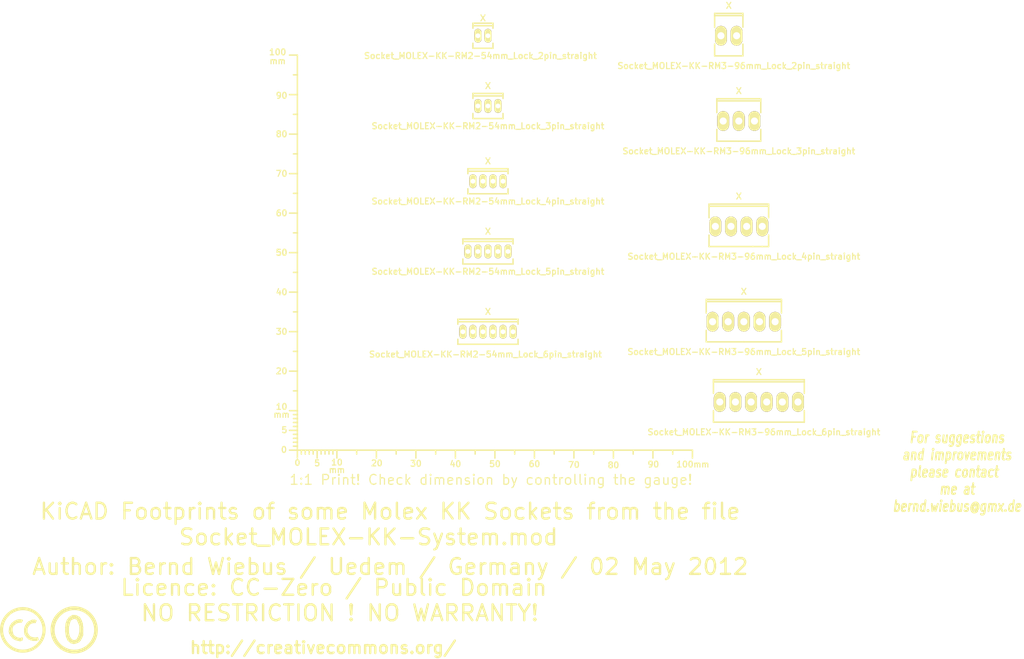
<source format=kicad_pcb>
(kicad_pcb (version 3) (host pcbnew "(2013-03-30 BZR 4007)-stable")

  (general
    (links 0)
    (no_connects 0)
    (area -13.40696 -31.671484 248.903066 197.6694)
    (thickness 1.6002)
    (drawings 7)
    (tracks 0)
    (zones 0)
    (modules 13)
    (nets 1)
  )

  (page A4)
  (layers
    (15 Vorderseite signal)
    (0 Rückseite signal)
    (16 B.Adhes user)
    (17 F.Adhes user)
    (18 B.Paste user)
    (19 F.Paste user)
    (20 B.SilkS user)
    (21 F.SilkS user)
    (22 B.Mask user)
    (23 F.Mask user)
    (24 Dwgs.User user)
    (25 Cmts.User user)
    (26 Eco1.User user)
    (27 Eco2.User user)
    (28 Edge.Cuts user)
  )

  (setup
    (last_trace_width 0.2032)
    (trace_clearance 0.254)
    (zone_clearance 0.508)
    (zone_45_only no)
    (trace_min 0.2032)
    (segment_width 0.381)
    (edge_width 0.381)
    (via_size 0.889)
    (via_drill 0.635)
    (via_min_size 0.889)
    (via_min_drill 0.508)
    (uvia_size 0.508)
    (uvia_drill 0.127)
    (uvias_allowed no)
    (uvia_min_size 0.508)
    (uvia_min_drill 0.127)
    (pcb_text_width 0.3048)
    (pcb_text_size 1.524 2.032)
    (mod_edge_width 0.381)
    (mod_text_size 1.524 1.524)
    (mod_text_width 0.3048)
    (pad_size 1.524 1.524)
    (pad_drill 0.8128)
    (pad_to_mask_clearance 0.254)
    (aux_axis_origin 0 0)
    (visible_elements 7FFFFFFF)
    (pcbplotparams
      (layerselection 3178497)
      (usegerberextensions true)
      (excludeedgelayer true)
      (linewidth 60)
      (plotframeref false)
      (viasonmask false)
      (mode 1)
      (useauxorigin false)
      (hpglpennumber 1)
      (hpglpenspeed 20)
      (hpglpendiameter 15)
      (hpglpenoverlay 0)
      (psnegative false)
      (psa4output false)
      (plotreference true)
      (plotvalue true)
      (plotothertext true)
      (plotinvisibletext false)
      (padsonsilk false)
      (subtractmaskfromsilk false)
      (outputformat 1)
      (mirror false)
      (drillshape 1)
      (scaleselection 1)
      (outputdirectory ""))
  )

  (net 0 "")

  (net_class Default "Dies ist die voreingestellte Netzklasse."
    (clearance 0.254)
    (trace_width 0.2032)
    (via_dia 0.889)
    (via_drill 0.635)
    (uvia_dia 0.508)
    (uvia_drill 0.127)
    (add_net "")
  )

  (module Gauge_100mm_Type2_SilkScreenTop_RevA_Date22Jun2010 (layer Vorderseite) (tedit 4D963937) (tstamp 4D88F07A)
    (at 94 143)
    (descr "Gauge, Massstab, 100mm, SilkScreenTop, Type 2,")
    (tags "Gauge, Massstab, 100mm, SilkScreenTop, Type 2,")
    (path Gauge_100mm_Type2_SilkScreenTop_RevA_Date22Jun2010)
    (fp_text reference MSC (at 4.0005 8.99922) (layer F.SilkS) hide
      (effects (font (size 1.524 1.524) (thickness 0.3048)))
    )
    (fp_text value Gauge_100mm_Type2_SilkScreenTop_RevA_Date22Jun2010 (at 45.9994 8.99922) (layer F.SilkS) hide
      (effects (font (size 1.524 1.524) (thickness 0.3048)))
    )
    (fp_text user mm (at 9.99998 5.00126) (layer F.SilkS)
      (effects (font (size 1.524 1.524) (thickness 0.3048)))
    )
    (fp_text user mm (at -4.0005 -8.99922) (layer F.SilkS)
      (effects (font (size 1.524 1.524) (thickness 0.3048)))
    )
    (fp_text user mm (at -5.00126 -98.5012) (layer F.SilkS)
      (effects (font (size 1.524 1.524) (thickness 0.3048)))
    )
    (fp_text user 10 (at 10.00506 3.0988) (layer F.SilkS)
      (effects (font (size 1.50114 1.50114) (thickness 0.29972)))
    )
    (fp_text user 0 (at 0.00508 3.19786) (layer F.SilkS)
      (effects (font (size 1.39954 1.50114) (thickness 0.29972)))
    )
    (fp_text user 5 (at 5.0038 3.29946) (layer F.SilkS)
      (effects (font (size 1.50114 1.50114) (thickness 0.29972)))
    )
    (fp_text user 20 (at 20.1041 3.29946) (layer F.SilkS)
      (effects (font (size 1.50114 1.50114) (thickness 0.29972)))
    )
    (fp_text user 30 (at 30.00502 3.39852) (layer F.SilkS)
      (effects (font (size 1.50114 1.50114) (thickness 0.29972)))
    )
    (fp_text user 40 (at 40.005 3.50012) (layer F.SilkS)
      (effects (font (size 1.50114 1.50114) (thickness 0.29972)))
    )
    (fp_text user 50 (at 50.00498 3.50012) (layer F.SilkS)
      (effects (font (size 1.50114 1.50114) (thickness 0.29972)))
    )
    (fp_text user 60 (at 60.00496 3.50012) (layer F.SilkS)
      (effects (font (size 1.50114 1.50114) (thickness 0.29972)))
    )
    (fp_text user 70 (at 70.00494 3.70078) (layer F.SilkS)
      (effects (font (size 1.50114 1.50114) (thickness 0.29972)))
    )
    (fp_text user 80 (at 80.00492 3.79984) (layer F.SilkS)
      (effects (font (size 1.50114 1.50114) (thickness 0.29972)))
    )
    (fp_text user 90 (at 90.1065 3.60172) (layer F.SilkS)
      (effects (font (size 1.50114 1.50114) (thickness 0.29972)))
    )
    (fp_text user 100mm (at 100.10648 3.60172) (layer F.SilkS)
      (effects (font (size 1.50114 1.50114) (thickness 0.29972)))
    )
    (fp_line (start 0 -8.99922) (end -1.00076 -8.99922) (layer F.SilkS) (width 0.381))
    (fp_line (start 0 -8.001) (end -1.00076 -8.001) (layer F.SilkS) (width 0.381))
    (fp_line (start 0 -7.00024) (end -1.00076 -7.00024) (layer F.SilkS) (width 0.381))
    (fp_line (start 0 -5.99948) (end -1.00076 -5.99948) (layer F.SilkS) (width 0.381))
    (fp_line (start 0 -4.0005) (end -1.00076 -4.0005) (layer F.SilkS) (width 0.381))
    (fp_line (start 0 -2.99974) (end -1.00076 -2.99974) (layer F.SilkS) (width 0.381))
    (fp_line (start 0 -1.99898) (end -1.00076 -1.99898) (layer F.SilkS) (width 0.381))
    (fp_line (start 0 -1.00076) (end -1.00076 -1.00076) (layer F.SilkS) (width 0.381))
    (fp_line (start 0 0) (end -1.99898 0) (layer F.SilkS) (width 0.381))
    (fp_line (start 0 -5.00126) (end -1.99898 -5.00126) (layer F.SilkS) (width 0.381))
    (fp_line (start 0 -9.99998) (end -1.99898 -9.99998) (layer F.SilkS) (width 0.381))
    (fp_line (start 0 -15.00124) (end -1.00076 -15.00124) (layer F.SilkS) (width 0.381))
    (fp_line (start 0 -19.99996) (end -1.99898 -19.99996) (layer F.SilkS) (width 0.381))
    (fp_line (start 0 -25.00122) (end -1.00076 -25.00122) (layer F.SilkS) (width 0.381))
    (fp_line (start 0 -29.99994) (end -1.99898 -29.99994) (layer F.SilkS) (width 0.381))
    (fp_line (start 0 -35.0012) (end -1.00076 -35.0012) (layer F.SilkS) (width 0.381))
    (fp_line (start 0 -39.99992) (end -1.99898 -39.99992) (layer F.SilkS) (width 0.381))
    (fp_line (start 0 -45.00118) (end -1.00076 -45.00118) (layer F.SilkS) (width 0.381))
    (fp_line (start 0 -49.9999) (end -1.99898 -49.9999) (layer F.SilkS) (width 0.381))
    (fp_line (start 0 -55.00116) (end -1.00076 -55.00116) (layer F.SilkS) (width 0.381))
    (fp_line (start 0 -59.99988) (end -1.99898 -59.99988) (layer F.SilkS) (width 0.381))
    (fp_line (start 0 -65.00114) (end -1.00076 -65.00114) (layer F.SilkS) (width 0.381))
    (fp_line (start 0 -69.99986) (end -1.99898 -69.99986) (layer F.SilkS) (width 0.381))
    (fp_line (start 0 -75.00112) (end -1.00076 -75.00112) (layer F.SilkS) (width 0.381))
    (fp_line (start 0 -79.99984) (end -1.99898 -79.99984) (layer F.SilkS) (width 0.381))
    (fp_line (start 0 -85.0011) (end -1.00076 -85.0011) (layer F.SilkS) (width 0.381))
    (fp_line (start 0 -89.99982) (end -1.99898 -89.99982) (layer F.SilkS) (width 0.381))
    (fp_line (start 0 -95.00108) (end -1.00076 -95.00108) (layer F.SilkS) (width 0.381))
    (fp_line (start 0 0) (end 0 -99.9998) (layer F.SilkS) (width 0.381))
    (fp_line (start 0 -99.9998) (end -1.99898 -99.9998) (layer F.SilkS) (width 0.381))
    (fp_text user 100 (at -4.99872 -100.7491) (layer F.SilkS)
      (effects (font (size 1.50114 1.50114) (thickness 0.29972)))
    )
    (fp_text user 90 (at -4.0005 -89.7509) (layer F.SilkS)
      (effects (font (size 1.50114 1.50114) (thickness 0.29972)))
    )
    (fp_text user 80 (at -4.0005 -79.99984) (layer F.SilkS)
      (effects (font (size 1.50114 1.50114) (thickness 0.29972)))
    )
    (fp_text user 70 (at -4.0005 -69.99986) (layer F.SilkS)
      (effects (font (size 1.50114 1.50114) (thickness 0.29972)))
    )
    (fp_text user 60 (at -4.0005 -59.99988) (layer F.SilkS)
      (effects (font (size 1.50114 1.50114) (thickness 0.29972)))
    )
    (fp_text user 50 (at -4.0005 -49.9999) (layer F.SilkS)
      (effects (font (size 1.50114 1.50114) (thickness 0.34036)))
    )
    (fp_text user 40 (at -4.0005 -39.99992) (layer F.SilkS)
      (effects (font (size 1.50114 1.50114) (thickness 0.29972)))
    )
    (fp_text user 30 (at -4.0005 -29.99994) (layer F.SilkS)
      (effects (font (size 1.50114 1.50114) (thickness 0.29972)))
    )
    (fp_text user 20 (at -4.0005 -19.99996) (layer F.SilkS)
      (effects (font (size 1.50114 1.50114) (thickness 0.29972)))
    )
    (fp_line (start 95.00108 0) (end 95.00108 1.00076) (layer F.SilkS) (width 0.381))
    (fp_line (start 89.99982 0) (end 89.99982 1.99898) (layer F.SilkS) (width 0.381))
    (fp_line (start 85.0011 0) (end 85.0011 1.00076) (layer F.SilkS) (width 0.381))
    (fp_line (start 79.99984 0) (end 79.99984 1.99898) (layer F.SilkS) (width 0.381))
    (fp_line (start 75.00112 0) (end 75.00112 1.00076) (layer F.SilkS) (width 0.381))
    (fp_line (start 69.99986 0) (end 69.99986 1.99898) (layer F.SilkS) (width 0.381))
    (fp_line (start 65.00114 0) (end 65.00114 1.00076) (layer F.SilkS) (width 0.381))
    (fp_line (start 59.99988 0) (end 59.99988 1.99898) (layer F.SilkS) (width 0.381))
    (fp_line (start 55.00116 0) (end 55.00116 1.00076) (layer F.SilkS) (width 0.381))
    (fp_line (start 49.9999 0) (end 49.9999 1.99898) (layer F.SilkS) (width 0.381))
    (fp_line (start 45.00118 0) (end 45.00118 1.00076) (layer F.SilkS) (width 0.381))
    (fp_line (start 39.99992 0) (end 39.99992 1.99898) (layer F.SilkS) (width 0.381))
    (fp_line (start 35.0012 0) (end 35.0012 1.00076) (layer F.SilkS) (width 0.381))
    (fp_line (start 29.99994 0) (end 29.99994 1.99898) (layer F.SilkS) (width 0.381))
    (fp_line (start 25.00122 0) (end 25.00122 1.00076) (layer F.SilkS) (width 0.381))
    (fp_line (start 19.99996 0) (end 19.99996 1.99898) (layer F.SilkS) (width 0.381))
    (fp_line (start 15.00124 0) (end 15.00124 1.00076) (layer F.SilkS) (width 0.381))
    (fp_line (start 9.99998 0) (end 99.9998 0) (layer F.SilkS) (width 0.381))
    (fp_line (start 99.9998 0) (end 99.9998 1.99898) (layer F.SilkS) (width 0.381))
    (fp_text user 5 (at -3.302 -5.10286) (layer F.SilkS)
      (effects (font (size 1.50114 1.50114) (thickness 0.29972)))
    )
    (fp_text user 0 (at -3.4036 -0.10414) (layer F.SilkS)
      (effects (font (size 1.50114 1.50114) (thickness 0.29972)))
    )
    (fp_text user 10 (at -4.0005 -11.00074) (layer F.SilkS)
      (effects (font (size 1.50114 1.50114) (thickness 0.29972)))
    )
    (fp_line (start 8.99922 0) (end 8.99922 1.00076) (layer F.SilkS) (width 0.381))
    (fp_line (start 8.001 0) (end 8.001 1.00076) (layer F.SilkS) (width 0.381))
    (fp_line (start 7.00024 0) (end 7.00024 1.00076) (layer F.SilkS) (width 0.381))
    (fp_line (start 5.99948 0) (end 5.99948 1.00076) (layer F.SilkS) (width 0.381))
    (fp_line (start 4.0005 0) (end 4.0005 1.00076) (layer F.SilkS) (width 0.381))
    (fp_line (start 2.99974 0) (end 2.99974 1.00076) (layer F.SilkS) (width 0.381))
    (fp_line (start 1.99898 0) (end 1.99898 1.00076) (layer F.SilkS) (width 0.381))
    (fp_line (start 1.00076 0) (end 1.00076 1.00076) (layer F.SilkS) (width 0.381))
    (fp_line (start 5.00126 0) (end 5.00126 1.99898) (layer F.SilkS) (width 0.381))
    (fp_line (start 0 0) (end 0 1.99898) (layer F.SilkS) (width 0.381))
    (fp_line (start 0 0) (end 9.99998 0) (layer F.SilkS) (width 0.381))
    (fp_line (start 9.99998 0) (end 9.99998 1.99898) (layer F.SilkS) (width 0.381))
  )

  (module Socket_MOLEX-KK-RM2-54mm_Lock_2pin_straight (layer Vorderseite) (tedit 4C373BBD) (tstamp 4FA16EDD)
    (at 140.97 38.1)
    (descr "Socket, MOLEX, KK, RM 2.54mm, Lock, 2pin, straight,")
    (tags "Socket, MOLEX, KK, RM 2.54mm, Lock, 2pin, straight,")
    (path Socket_MOLEX-KK-RM2-54mm_Lock_2pin_straight)
    (fp_text reference X (at 0 -4.445) (layer F.SilkS)
      (effects (font (size 1.524 1.524) (thickness 0.3048)))
    )
    (fp_text value Socket_MOLEX-KK-RM2-54mm_Lock_2pin_straight (at -0.635 5.08) (layer F.SilkS)
      (effects (font (size 1.524 1.524) (thickness 0.3048)))
    )
    (fp_line (start -2.54 -2.54) (end 2.54 -2.54) (layer F.SilkS) (width 0.381))
    (fp_line (start 2.54 3.175) (end 2.54 1.905) (layer F.SilkS) (width 0.381))
    (fp_line (start 2.54 -2.54) (end 2.54 -1.905) (layer F.SilkS) (width 0.381))
    (fp_line (start -2.54 2.54) (end -2.54 1.905) (layer F.SilkS) (width 0.381))
    (fp_line (start -2.54 -2.54) (end -2.54 -1.905) (layer F.SilkS) (width 0.381))
    (fp_line (start -2.54 -2.54) (end -2.54 -3.175) (layer F.SilkS) (width 0.381))
    (fp_line (start -2.54 -3.175) (end 2.54 -3.175) (layer F.SilkS) (width 0.381))
    (fp_line (start 2.54 -3.175) (end 2.54 -2.54) (layer F.SilkS) (width 0.381))
    (fp_line (start 2.54 3.175) (end -2.54 3.175) (layer F.SilkS) (width 0.381))
    (fp_line (start -2.54 3.175) (end -2.54 2.54) (layer F.SilkS) (width 0.381))
    (pad 1 thru_hole oval (at -1.27 0) (size 1.80086 3.50012) (drill 1.19888)
      (layers *.Cu *.Mask F.SilkS)
    )
    (pad 2 thru_hole oval (at 1.27 0) (size 1.80086 3.50012) (drill 1.19888)
      (layers *.Cu *.Mask F.SilkS)
    )
  )

  (module Socket_MOLEX-KK-RM2-54mm_Lock_3pin_straight (layer Vorderseite) (tedit 4C373BCF) (tstamp 4FA16EE5)
    (at 142.24 55.88)
    (descr "Socket, MOLEX, KK, RM 2.54mm, Lock, 3pin, straight,")
    (tags "Socket, MOLEX, KK, RM 2.54mm, Lock, 3pin, straight,")
    (path Socket_MOLEX-KK-RM2-54mm_Lock_3pin_straight)
    (fp_text reference X (at 0 -5.08) (layer F.SilkS)
      (effects (font (size 1.524 1.524) (thickness 0.3048)))
    )
    (fp_text value Socket_MOLEX-KK-RM2-54mm_Lock_3pin_straight (at 0 5.08) (layer F.SilkS)
      (effects (font (size 1.524 1.524) (thickness 0.3048)))
    )
    (fp_line (start 3.81 -2.54) (end -3.81 -2.54) (layer F.SilkS) (width 0.381))
    (fp_line (start 3.81 1.905) (end 3.81 3.175) (layer F.SilkS) (width 0.381))
    (fp_line (start -3.81 -1.905) (end -3.81 -3.175) (layer F.SilkS) (width 0.381))
    (fp_line (start -3.81 -3.175) (end 3.81 -3.175) (layer F.SilkS) (width 0.381))
    (fp_line (start 3.81 -3.175) (end 3.81 -1.905) (layer F.SilkS) (width 0.381))
    (fp_line (start 3.81 3.175) (end -3.81 3.175) (layer F.SilkS) (width 0.381))
    (fp_line (start -3.81 3.175) (end -3.81 1.905) (layer F.SilkS) (width 0.381))
    (pad 1 thru_hole oval (at -2.54 0) (size 1.80086 3.50012) (drill 1.19888)
      (layers *.Cu *.Mask F.SilkS)
    )
    (pad 2 thru_hole oval (at 0 0) (size 1.80086 3.50012) (drill 1.19888)
      (layers *.Cu *.Mask F.SilkS)
    )
    (pad 3 thru_hole oval (at 2.54 0) (size 1.80086 3.50012) (drill 1.19888)
      (layers *.Cu *.Mask F.SilkS)
    )
  )

  (module Socket_MOLEX-KK-RM2-54mm_Lock_4pin_straight (layer Vorderseite) (tedit 4C373BEA) (tstamp 4FA16EF7)
    (at 142.24 74.93)
    (descr "Socket, MOLEX, KK, RM 2.54mm, Lock, 4pin, straight,")
    (tags "Socket, MOLEX, KK, RM 2.54mm, Lock, 4pin, straight,")
    (path Socket_MOLEX-KK-RM2-54mm_Lock_4pin_straight)
    (fp_text reference X (at 0 -5.08) (layer F.SilkS)
      (effects (font (size 1.524 1.524) (thickness 0.3048)))
    )
    (fp_text value Socket_MOLEX-KK-RM2-54mm_Lock_4pin_straight (at 0 5.08) (layer F.SilkS)
      (effects (font (size 1.524 1.524) (thickness 0.3048)))
    )
    (fp_line (start 5.08 -2.54) (end -5.08 -2.54) (layer F.SilkS) (width 0.381))
    (fp_line (start 5.08 1.905) (end 5.08 3.175) (layer F.SilkS) (width 0.381))
    (fp_line (start -5.08 -1.905) (end -5.08 -3.175) (layer F.SilkS) (width 0.381))
    (fp_line (start -5.08 -3.175) (end 5.08 -3.175) (layer F.SilkS) (width 0.381))
    (fp_line (start 5.08 -3.175) (end 5.08 -1.905) (layer F.SilkS) (width 0.381))
    (fp_line (start 5.08 3.175) (end -5.08 3.175) (layer F.SilkS) (width 0.381))
    (fp_line (start -5.08 3.175) (end -5.08 1.905) (layer F.SilkS) (width 0.381))
    (pad 1 thru_hole oval (at -3.81 0) (size 1.80086 3.50012) (drill 1.19888)
      (layers *.Cu *.Mask F.SilkS)
    )
    (pad 2 thru_hole oval (at -1.27 0) (size 1.80086 3.50012) (drill 1.19888)
      (layers *.Cu *.Mask F.SilkS)
    )
    (pad 3 thru_hole oval (at 1.27 0) (size 1.80086 3.50012) (drill 1.19888)
      (layers *.Cu *.Mask F.SilkS)
    )
    (pad 4 thru_hole oval (at 3.81 0) (size 1.80086 3.50012) (drill 1.19888)
      (layers *.Cu *.Mask F.SilkS)
    )
  )

  (module Socket_MOLEX-KK-RM2-54mm_Lock_5pin_straight (layer Vorderseite) (tedit 4C373BFD) (tstamp 4FA16F02)
    (at 142.24 92.71)
    (descr "Socket, MOLEX, KK, RM 2.54mm, Lock, 5pin, straight,")
    (tags "Socket, MOLEX, KK, RM 2.54mm, Lock, 5pin, straight,")
    (path Socket_MOLEX-KK-RM2-54mm_Lock_5pin_straight)
    (fp_text reference X (at 0 -5.08) (layer F.SilkS)
      (effects (font (size 1.524 1.524) (thickness 0.3048)))
    )
    (fp_text value Socket_MOLEX-KK-RM2-54mm_Lock_5pin_straight (at 0 5.08) (layer F.SilkS)
      (effects (font (size 1.524 1.524) (thickness 0.3048)))
    )
    (fp_line (start 6.35 3.175) (end 6.35 1.905) (layer F.SilkS) (width 0.381))
    (fp_line (start 6.35 -2.54) (end -6.35 -2.54) (layer F.SilkS) (width 0.381))
    (fp_line (start -6.35 -3.175) (end 6.35 -3.175) (layer F.SilkS) (width 0.381))
    (fp_line (start 6.35 -1.905) (end 6.35 -3.175) (layer F.SilkS) (width 0.381))
    (fp_line (start -6.35 -1.905) (end -6.35 -3.175) (layer F.SilkS) (width 0.381))
    (fp_line (start 6.35 3.175) (end -6.35 3.175) (layer F.SilkS) (width 0.381))
    (fp_line (start -6.35 3.175) (end -6.35 1.905) (layer F.SilkS) (width 0.381))
    (pad 1 thru_hole oval (at -5.08 0) (size 1.80086 3.50012) (drill 1.19888)
      (layers *.Cu *.Mask F.SilkS)
    )
    (pad 2 thru_hole oval (at -2.54 0) (size 1.80086 3.50012) (drill 1.19888)
      (layers *.Cu *.Mask F.SilkS)
    )
    (pad 3 thru_hole oval (at 0 0) (size 1.80086 3.50012) (drill 1.19888)
      (layers *.Cu *.Mask F.SilkS)
    )
    (pad 4 thru_hole oval (at 2.54 0) (size 1.80086 3.50012) (drill 1.19888)
      (layers *.Cu *.Mask F.SilkS)
    )
    (pad 5 thru_hole oval (at 5.08 0) (size 1.80086 3.50012) (drill 1.19888)
      (layers *.Cu *.Mask F.SilkS)
    )
  )

  (module Socket_MOLEX-KK-RM2-54mm_Lock_6pin_straight (layer Vorderseite) (tedit 4C373B8D) (tstamp 4FA16F0B)
    (at 142.24 113.03)
    (descr "Socket, MOLEX, KK, RM 2.54mm, Lock, 6pin, straight,")
    (tags "Socket, MOLEX, KK, RM 2.54mm, Lock, 6pin, straight,")
    (path Socket_MOLEX-KK-RM2-54mm_Lock_6pin_straight)
    (fp_text reference X (at 0 -5.08) (layer F.SilkS)
      (effects (font (size 1.524 1.524) (thickness 0.3048)))
    )
    (fp_text value Socket_MOLEX-KK-RM2-54mm_Lock_6pin_straight (at -0.635 5.715) (layer F.SilkS)
      (effects (font (size 1.524 1.524) (thickness 0.3048)))
    )
    (fp_line (start 7.62 3.175) (end 7.62 1.905) (layer F.SilkS) (width 0.381))
    (fp_line (start 7.62 -2.54) (end -7.62 -2.54) (layer F.SilkS) (width 0.381))
    (fp_line (start -7.62 -1.905) (end -7.62 -3.175) (layer F.SilkS) (width 0.381))
    (fp_line (start -7.62 -3.175) (end 7.62 -3.175) (layer F.SilkS) (width 0.381))
    (fp_line (start 7.62 -3.175) (end 7.62 -1.905) (layer F.SilkS) (width 0.381))
    (fp_line (start -7.62 3.175) (end -7.62 1.905) (layer F.SilkS) (width 0.381))
    (fp_line (start 7.62 3.175) (end -7.62 3.175) (layer F.SilkS) (width 0.381))
    (pad 1 thru_hole oval (at -6.35 0) (size 1.80086 3.50012) (drill 1.19888)
      (layers *.Cu *.Mask F.SilkS)
    )
    (pad 2 thru_hole oval (at -3.81 0) (size 1.80086 3.50012) (drill 1.19888)
      (layers *.Cu *.Mask F.SilkS)
    )
    (pad 3 thru_hole oval (at -1.27 0) (size 1.80086 3.50012) (drill 1.19888)
      (layers *.Cu *.Mask F.SilkS)
    )
    (pad 4 thru_hole oval (at 1.27 0) (size 1.80086 3.50012) (drill 1.19888)
      (layers *.Cu *.Mask F.SilkS)
    )
    (pad 5 thru_hole oval (at 3.81 0) (size 1.80086 3.50012) (drill 1.19888)
      (layers *.Cu *.Mask F.SilkS)
    )
    (pad 6 thru_hole oval (at 6.35 0) (size 1.80086 3.50012) (drill 1.19888)
      (layers *.Cu *.Mask F.SilkS)
    )
  )

  (module Socket_MOLEX-KK-RM3-96mm_Lock_2pin_straight (layer Vorderseite) (tedit 4C37253F) (tstamp 4FA16F19)
    (at 203.2 38.1)
    (descr "Socket, MOLEX, KK, RM 3.96mm, Lock, 2pin, straight,")
    (tags "Socket, MOLEX, KK, RM 3.96mm, Lock, 2pin, straight,")
    (path Socket_MOLEX-KK-RM3-96mm_Lock_2pin_straight)
    (fp_text reference X (at 0 -7.62) (layer F.SilkS)
      (effects (font (size 1.524 1.524) (thickness 0.3048)))
    )
    (fp_text value Socket_MOLEX-KK-RM3-96mm_Lock_2pin_straight (at 1.27 7.62) (layer F.SilkS)
      (effects (font (size 1.524 1.524) (thickness 0.3048)))
    )
    (fp_line (start 3.57886 -5.10032) (end 3.57886 -5.64896) (layer F.SilkS) (width 0.381))
    (fp_line (start 3.57886 -5.64896) (end -3.57886 -5.64896) (layer F.SilkS) (width 0.381))
    (fp_line (start -3.57886 -5.64896) (end -3.57886 -5.10032) (layer F.SilkS) (width 0.381))
    (fp_line (start -3.57886 2.1209) (end -3.57886 5.10032) (layer F.SilkS) (width 0.381))
    (fp_line (start -3.57886 5.10032) (end 3.57886 5.10032) (layer F.SilkS) (width 0.381))
    (fp_line (start 3.57886 -2.17932) (end 3.57886 -5.10032) (layer F.SilkS) (width 0.381))
    (fp_line (start 3.57886 -5.10032) (end -3.57886 -5.10032) (layer F.SilkS) (width 0.381))
    (fp_line (start -3.57886 -5.10032) (end -3.57886 -2.1209) (layer F.SilkS) (width 0.381))
    (fp_line (start 3.57886 5.10032) (end 3.57886 2.1209) (layer F.SilkS) (width 0.381))
    (pad 1 thru_hole oval (at -1.9812 0) (size 2.99974 5.00126) (drill 1.80086)
      (layers *.Cu *.Mask F.SilkS)
    )
    (pad 2 thru_hole oval (at 1.9812 0) (size 2.99974 5.00126) (drill 1.80086)
      (layers *.Cu *.Mask F.SilkS)
    )
  )

  (module Socket_MOLEX-KK-RM3-96mm_Lock_3pin_straight (layer Vorderseite) (tedit 4C37252D) (tstamp 4FA16F20)
    (at 205.74 59.69)
    (descr "Socket, MOLEX, KK, RM 3.96mm, Lock, 3pin, straight,")
    (tags "Socket, MOLEX, KK, RM 3.96mm, Lock, 3pin, straight,")
    (path Socket_MOLEX-KK-RM3-96mm_Lock_3pin_straight)
    (fp_text reference X (at 0 -7.62) (layer F.SilkS)
      (effects (font (size 1.524 1.524) (thickness 0.3048)))
    )
    (fp_text value Socket_MOLEX-KK-RM3-96mm_Lock_3pin_straight (at 0 7.62) (layer F.SilkS)
      (effects (font (size 1.524 1.524) (thickness 0.3048)))
    )
    (fp_line (start -5.56006 -5.64896) (end -5.56006 -5.10032) (layer F.SilkS) (width 0.381))
    (fp_line (start 5.56006 -5.10032) (end 5.56006 -5.64896) (layer F.SilkS) (width 0.381))
    (fp_line (start 5.56006 -5.64896) (end -5.56006 -5.64896) (layer F.SilkS) (width 0.381))
    (fp_line (start -5.56006 2.13106) (end -5.56006 5.10032) (layer F.SilkS) (width 0.381))
    (fp_line (start -5.56006 5.10032) (end 0 5.10032) (layer F.SilkS) (width 0.381))
    (fp_line (start 5.56006 -2.13106) (end 5.56006 -5.10032) (layer F.SilkS) (width 0.381))
    (fp_line (start 5.56006 -5.10032) (end -5.56006 -5.10032) (layer F.SilkS) (width 0.381))
    (fp_line (start -5.56006 -5.10032) (end -5.56006 -2.13106) (layer F.SilkS) (width 0.381))
    (fp_line (start 0 5.10032) (end 5.56006 5.10032) (layer F.SilkS) (width 0.381))
    (fp_line (start 5.56006 5.10032) (end 5.56006 2.13106) (layer F.SilkS) (width 0.381))
    (pad 1 thru_hole oval (at -3.95986 0) (size 2.99974 5.00126) (drill 1.80086)
      (layers *.Cu *.Mask F.SilkS)
    )
    (pad 2 thru_hole oval (at 0 0) (size 2.99974 5.00126) (drill 1.80086)
      (layers *.Cu *.Mask F.SilkS)
    )
    (pad 3 thru_hole oval (at 3.95986 0) (size 2.99974 5.00126) (drill 1.80086)
      (layers *.Cu *.Mask F.SilkS)
    )
  )

  (module Socket_MOLEX-KK-RM3-96mm_Lock_4pin_straight (layer Vorderseite) (tedit 4C3728EC) (tstamp 4FA16F27)
    (at 205.74 86.36)
    (descr "Socket, MOLEX, KK, RM 3.96mm, Lock, 4pin, straight,")
    (tags "Socket, MOLEX, KK, RM 3.96mm, Lock, 4pin, straight,")
    (path Socket_MOLEX-KK-RM3-96mm_Lock_4pin_straight)
    (fp_text reference X (at 0 -7.62) (layer F.SilkS)
      (effects (font (size 1.524 1.524) (thickness 0.3048)))
    )
    (fp_text value Socket_MOLEX-KK-RM3-96mm_Lock_4pin_straight (at 1.27 7.62) (layer F.SilkS)
      (effects (font (size 1.524 1.524) (thickness 0.3048)))
    )
    (fp_line (start 7.54126 -5.10032) (end 7.54126 -5.64896) (layer F.SilkS) (width 0.381))
    (fp_line (start 7.54126 -5.64896) (end -7.54126 -5.64896) (layer F.SilkS) (width 0.381))
    (fp_line (start -7.54126 -5.64896) (end -7.54126 -5.10032) (layer F.SilkS) (width 0.381))
    (fp_line (start -7.54126 2.19964) (end -7.54126 5.10032) (layer F.SilkS) (width 0.381))
    (fp_line (start -7.54126 5.10032) (end 3.56108 5.10032) (layer F.SilkS) (width 0.381))
    (fp_line (start 7.54126 -2.19964) (end 7.54126 -5.10032) (layer F.SilkS) (width 0.381))
    (fp_line (start 7.54126 -5.10032) (end -7.54126 -5.10032) (layer F.SilkS) (width 0.381))
    (fp_line (start -7.54126 -5.10032) (end -7.54126 -2.19964) (layer F.SilkS) (width 0.381))
    (fp_line (start 3.56108 5.10032) (end 5.94106 5.10032) (layer F.SilkS) (width 0.381))
    (fp_line (start 5.94106 5.10032) (end 7.54126 5.10032) (layer F.SilkS) (width 0.381))
    (fp_line (start 7.54126 5.10032) (end 7.54126 2.19964) (layer F.SilkS) (width 0.381))
    (pad 2 thru_hole oval (at -1.9812 0) (size 2.99974 5.00126) (drill 1.80086)
      (layers *.Cu *.Mask F.SilkS)
    )
    (pad 3 thru_hole oval (at 1.9812 0) (size 2.99974 5.00126) (drill 1.80086)
      (layers *.Cu *.Mask F.SilkS)
    )
    (pad 1 thru_hole oval (at -5.94106 0) (size 2.99974 5.00126) (drill 1.80086)
      (layers *.Cu *.Mask F.SilkS)
    )
    (pad 4 thru_hole oval (at 5.94106 0) (size 2.99974 5.00126) (drill 1.80086)
      (layers *.Cu *.Mask F.SilkS)
    )
  )

  (module Socket_MOLEX-KK-RM3-96mm_Lock_5pin_straight (layer Vorderseite) (tedit 4C372C85) (tstamp 4FA16F35)
    (at 207.01 110.49)
    (descr "Socket, MOLEX, KK, RM 3.96mm, Lock, 5pin, straight,")
    (tags "Socket, MOLEX, KK, RM 3.96mm, Lock, 5pin, straight,")
    (path Socket_MOLEX-KK-RM3-96mm_Lock_5pin_straight)
    (fp_text reference X (at 0 -7.62) (layer F.SilkS)
      (effects (font (size 1.524 1.524) (thickness 0.3048)))
    )
    (fp_text value Socket_MOLEX-KK-RM3-96mm_Lock_5pin_straight (at 0 7.62) (layer F.SilkS)
      (effects (font (size 1.524 1.524) (thickness 0.3048)))
    )
    (fp_line (start 9.51992 -5.10032) (end 9.51992 -5.4991) (layer F.SilkS) (width 0.381))
    (fp_line (start 9.51992 -5.4991) (end 9.51992 -5.64896) (layer F.SilkS) (width 0.381))
    (fp_line (start 9.51992 -5.64896) (end -9.51992 -5.64896) (layer F.SilkS) (width 0.381))
    (fp_line (start -9.51992 -5.64896) (end -9.51992 -5.10032) (layer F.SilkS) (width 0.381))
    (fp_line (start -9.51992 2.19964) (end -9.51992 5.10032) (layer F.SilkS) (width 0.381))
    (fp_line (start -9.51992 5.10032) (end 0 5.10032) (layer F.SilkS) (width 0.381))
    (fp_line (start 9.51992 -2.19964) (end 9.51992 -5.10032) (layer F.SilkS) (width 0.381))
    (fp_line (start 9.51992 -5.10032) (end -9.51992 -5.10032) (layer F.SilkS) (width 0.381))
    (fp_line (start -9.51992 -5.10032) (end -9.51992 -2.19964) (layer F.SilkS) (width 0.381))
    (fp_line (start 0 5.10032) (end 9.51992 5.10032) (layer F.SilkS) (width 0.381))
    (fp_line (start 9.51992 5.10032) (end 9.51992 2.19964) (layer F.SilkS) (width 0.381))
    (pad 2 thru_hole oval (at -3.95986 0) (size 2.99974 5.00126) (drill 1.80086)
      (layers *.Cu *.Mask F.SilkS)
    )
    (pad 3 thru_hole oval (at 0 0) (size 2.99974 5.00126) (drill 1.80086)
      (layers *.Cu *.Mask F.SilkS)
    )
    (pad 4 thru_hole oval (at 3.95986 0) (size 2.99974 5.00126) (drill 1.80086)
      (layers *.Cu *.Mask F.SilkS)
    )
    (pad 5 thru_hole oval (at 7.91972 0) (size 2.99974 5.00126) (drill 1.80086)
      (layers *.Cu *.Mask F.SilkS)
    )
    (pad 1 thru_hole oval (at -7.91972 0) (size 2.99974 5.00126) (drill 1.80086)
      (layers *.Cu *.Mask F.SilkS)
    )
  )

  (module Socket_MOLEX-KK-RM3-96mm_Lock_6pin_straight (layer Vorderseite) (tedit 4C373645) (tstamp 4FA16F3D)
    (at 210.82 130.81)
    (descr "Socket, MOLEX, KK, RM 3.96mm, Lock, 6pin, straight,")
    (tags "Socket, MOLEX, KK, RM 3.96mm, Lock, 6pin, straight,")
    (path Socket_MOLEX-KK-RM3-96mm_Lock_6pin_straight)
    (fp_text reference X (at 0 -7.62) (layer F.SilkS)
      (effects (font (size 1.524 1.524) (thickness 0.3048)))
    )
    (fp_text value Socket_MOLEX-KK-RM3-96mm_Lock_6pin_straight (at 1.27 7.62) (layer F.SilkS)
      (effects (font (size 1.524 1.524) (thickness 0.3048)))
    )
    (fp_line (start 11.50112 -5.10032) (end 11.50112 -5.64896) (layer F.SilkS) (width 0.381))
    (fp_line (start 11.50112 -5.64896) (end -11.50112 -5.64896) (layer F.SilkS) (width 0.381))
    (fp_line (start -11.50112 -5.64896) (end -11.50112 -5.10032) (layer F.SilkS) (width 0.381))
    (fp_line (start -11.50112 2.19964) (end -11.50112 5.10032) (layer F.SilkS) (width 0.381))
    (fp_line (start -11.50112 5.10032) (end 11.50112 5.10032) (layer F.SilkS) (width 0.381))
    (fp_line (start 11.50112 -2.19964) (end 11.50112 -5.10032) (layer F.SilkS) (width 0.381))
    (fp_line (start 11.50112 -5.10032) (end -11.50112 -5.10032) (layer F.SilkS) (width 0.381))
    (fp_line (start -11.50112 -5.10032) (end -11.50112 -2.19964) (layer F.SilkS) (width 0.381))
    (fp_line (start 11.50112 5.10032) (end 11.50112 2.19964) (layer F.SilkS) (width 0.381))
    (pad 3 thru_hole oval (at -1.9812 0) (size 2.99974 5.00126) (drill 1.80086)
      (layers *.Cu *.Mask F.SilkS)
    )
    (pad 4 thru_hole oval (at 1.9812 0) (size 2.99974 5.00126) (drill 1.80086)
      (layers *.Cu *.Mask F.SilkS)
    )
    (pad 2 thru_hole oval (at -5.94106 0) (size 2.99974 5.00126) (drill 1.80086)
      (layers *.Cu *.Mask F.SilkS)
    )
    (pad 5 thru_hole oval (at 5.94106 0) (size 2.99974 5.00126) (drill 1.80086)
      (layers *.Cu *.Mask F.SilkS)
    )
    (pad 1 thru_hole oval (at -9.90092 0) (size 2.99974 5.00126) (drill 1.80086)
      (layers *.Cu *.Mask F.SilkS)
    )
    (pad 6 thru_hole oval (at 9.90092 0) (size 2.99974 5.00126) (drill 1.80086)
      (layers *.Cu *.Mask F.SilkS)
    )
  )

  (module Symbol_CC-PublicDomain_SilkScreenTop_Big (layer Vorderseite) (tedit 515D641F) (tstamp 515F0B64)
    (at 37.5 188.5)
    (descr "Symbol, CC-PublicDomain, SilkScreen Top, Big,")
    (tags "Symbol, CC-PublicDomain, SilkScreen Top, Big,")
    (path Symbol_CC-Noncommercial_CopperTop_Big)
    (fp_text reference Sym (at 0.59944 -7.29996) (layer F.SilkS) hide
      (effects (font (size 1.524 1.524) (thickness 0.3048)))
    )
    (fp_text value Symbol_CC-PublicDomain_SilkScreenTop_Big (at 0.59944 8.001) (layer F.SilkS) hide
      (effects (font (size 1.524 1.524) (thickness 0.3048)))
    )
    (fp_circle (center 0 0) (end 5.8 -0.05) (layer F.SilkS) (width 0.381))
    (fp_circle (center 0 0) (end 5.5 0) (layer F.SilkS) (width 0.381))
    (fp_circle (center 0.05 0) (end 5.25 0) (layer F.SilkS) (width 0.381))
    (fp_line (start 1.1 -2.5) (end 1.4 -1.9) (layer F.SilkS) (width 0.381))
    (fp_line (start -1.8 1.2) (end -1.6 1.9) (layer F.SilkS) (width 0.381))
    (fp_line (start -1.6 1.9) (end -1.2 2.5) (layer F.SilkS) (width 0.381))
    (fp_line (start 0 -3) (end 0.75 -2.75) (layer F.SilkS) (width 0.381))
    (fp_line (start 0.75 -2.75) (end 1 -2.25) (layer F.SilkS) (width 0.381))
    (fp_line (start 1 -2.25) (end 1.5 -1) (layer F.SilkS) (width 0.381))
    (fp_line (start 1.5 -1) (end 1.5 -0.5) (layer F.SilkS) (width 0.381))
    (fp_line (start 1.5 -0.5) (end 1.5 0.5) (layer F.SilkS) (width 0.381))
    (fp_line (start 1.5 0.5) (end 1.25 1.5) (layer F.SilkS) (width 0.381))
    (fp_line (start 1.25 1.5) (end 0.75 2.5) (layer F.SilkS) (width 0.381))
    (fp_line (start 0.75 2.5) (end 0.25 2.75) (layer F.SilkS) (width 0.381))
    (fp_line (start 0.25 2.75) (end -0.25 2.75) (layer F.SilkS) (width 0.381))
    (fp_line (start -0.25 2.75) (end -0.75 2.5) (layer F.SilkS) (width 0.381))
    (fp_line (start -0.75 2.5) (end -1.25 1.75) (layer F.SilkS) (width 0.381))
    (fp_line (start -1.25 1.75) (end -1.5 0.75) (layer F.SilkS) (width 0.381))
    (fp_line (start -1.5 0.75) (end -1.5 -0.75) (layer F.SilkS) (width 0.381))
    (fp_line (start -1.5 -0.75) (end -1.25 -1.75) (layer F.SilkS) (width 0.381))
    (fp_line (start -1.25 -1.75) (end -1 -2.5) (layer F.SilkS) (width 0.381))
    (fp_line (start -1 -2.5) (end -0.3 -2.9) (layer F.SilkS) (width 0.381))
    (fp_line (start -0.3 -2.9) (end 0.2 -3) (layer F.SilkS) (width 0.381))
    (fp_line (start 0.2 -3) (end 0.8 -3) (layer F.SilkS) (width 0.381))
    (fp_line (start 0.8 -3) (end 1.4 -2.3) (layer F.SilkS) (width 0.381))
    (fp_line (start 1.4 -2.3) (end 1.6 -1.4) (layer F.SilkS) (width 0.381))
    (fp_line (start 1.6 -1.4) (end 1.7 -0.3) (layer F.SilkS) (width 0.381))
    (fp_line (start 1.7 -0.3) (end 1.7 0.9) (layer F.SilkS) (width 0.381))
    (fp_line (start 1.7 0.9) (end 1.4 1.8) (layer F.SilkS) (width 0.381))
    (fp_line (start 1.4 1.8) (end 1 2.7) (layer F.SilkS) (width 0.381))
    (fp_line (start 1 2.7) (end 0.5 3) (layer F.SilkS) (width 0.381))
    (fp_line (start 0.5 3) (end -0.4 3) (layer F.SilkS) (width 0.381))
    (fp_line (start -0.4 3) (end -1.3 2.3) (layer F.SilkS) (width 0.381))
    (fp_line (start -1.3 2.3) (end -1.7 1) (layer F.SilkS) (width 0.381))
    (fp_line (start -1.7 1) (end -1.8 -0.7) (layer F.SilkS) (width 0.381))
    (fp_line (start -1.8 -0.7) (end -1.4 -2.2) (layer F.SilkS) (width 0.381))
    (fp_line (start -1.4 -2.2) (end -1 -2.9) (layer F.SilkS) (width 0.381))
    (fp_line (start -1 -2.9) (end -0.2 -3.3) (layer F.SilkS) (width 0.381))
    (fp_line (start -0.2 -3.3) (end 0.7 -3.2) (layer F.SilkS) (width 0.381))
    (fp_line (start 0.7 -3.2) (end 1.3 -3.1) (layer F.SilkS) (width 0.381))
    (fp_line (start 1.3 -3.1) (end 1.7 -2.4) (layer F.SilkS) (width 0.381))
    (fp_line (start 1.7 -2.4) (end 2 -1.6) (layer F.SilkS) (width 0.381))
    (fp_line (start 2 -1.6) (end 2.1 -0.6) (layer F.SilkS) (width 0.381))
    (fp_line (start 2.1 -0.6) (end 2.1 0.3) (layer F.SilkS) (width 0.381))
    (fp_line (start 2.1 0.3) (end 2.1 1.3) (layer F.SilkS) (width 0.381))
    (fp_line (start 2.1 1.3) (end 1.9 1.8) (layer F.SilkS) (width 0.381))
    (fp_line (start 1.9 1.8) (end 1.5 2.6) (layer F.SilkS) (width 0.381))
    (fp_line (start 1.5 2.6) (end 1.1 3) (layer F.SilkS) (width 0.381))
    (fp_line (start 1.1 3) (end 0.4 3.3) (layer F.SilkS) (width 0.381))
    (fp_line (start 0.4 3.3) (end -0.1 3.4) (layer F.SilkS) (width 0.381))
    (fp_line (start -0.1 3.4) (end -0.8 3.2) (layer F.SilkS) (width 0.381))
    (fp_line (start -0.8 3.2) (end -1.5 2.6) (layer F.SilkS) (width 0.381))
    (fp_line (start -1.5 2.6) (end -1.9 1.7) (layer F.SilkS) (width 0.381))
    (fp_line (start -1.9 1.7) (end -2.1 0.4) (layer F.SilkS) (width 0.381))
    (fp_line (start -2.1 0.4) (end -2.1 -0.6) (layer F.SilkS) (width 0.381))
    (fp_line (start -2.1 -0.6) (end -2 -1.6) (layer F.SilkS) (width 0.381))
    (fp_line (start -2 -1.6) (end -1.7 -2.4) (layer F.SilkS) (width 0.381))
    (fp_line (start -1.7 -2.4) (end -1.2 -3.1) (layer F.SilkS) (width 0.381))
    (fp_line (start -1.2 -3.1) (end -0.4 -3.6) (layer F.SilkS) (width 0.381))
    (fp_line (start -0.4 -3.6) (end 0.4 -3.6) (layer F.SilkS) (width 0.381))
    (fp_line (start 0.4 -3.6) (end 1.1 -3.2) (layer F.SilkS) (width 0.381))
    (fp_line (start 1.1 -3.2) (end 1.1 -2.9) (layer F.SilkS) (width 0.381))
    (fp_line (start 1.1 -2.9) (end 1.8 -1.5) (layer F.SilkS) (width 0.381))
    (fp_line (start 1.8 -1.5) (end 1.8 -0.4) (layer F.SilkS) (width 0.381))
    (fp_line (start 1.8 -0.4) (end 1.8 1.1) (layer F.SilkS) (width 0.381))
    (fp_line (start 1.8 1.1) (end 1.2 2.6) (layer F.SilkS) (width 0.381))
    (fp_line (start 1.2 2.6) (end 0.2 3.2) (layer F.SilkS) (width 0.381))
    (fp_line (start 0.2 3.2) (end -0.5 3.2) (layer F.SilkS) (width 0.381))
    (fp_line (start -0.5 3.2) (end -1.1 2.7) (layer F.SilkS) (width 0.381))
    (fp_line (start -1.1 2.7) (end -1.9 0.6) (layer F.SilkS) (width 0.381))
    (fp_line (start -1.9 0.6) (end -1.7 -1.9) (layer F.SilkS) (width 0.381))
  )

  (module Symbol_CreativeCommons_SilkScreenTop_Type2_Big (layer Vorderseite) (tedit 515D640C) (tstamp 515D6AF0)
    (at 24.5 188.5)
    (descr "Symbol, Creative Commons, SilkScreen Top, Type 2, Big,")
    (tags "Symbol, Creative Commons, SilkScreen Top, Type 2, Big,")
    (path Symbol_CreativeCommons_CopperTop_Type2_Big)
    (fp_text reference Sym (at 0.59944 -7.29996) (layer F.SilkS) hide
      (effects (font (size 1.524 1.524) (thickness 0.3048)))
    )
    (fp_text value Symbol_CreativeCommons_Typ2_SilkScreenTop_Big (at 0.59944 8.001) (layer F.SilkS) hide
      (effects (font (size 1.524 1.524) (thickness 0.3048)))
    )
    (fp_line (start -0.70104 2.70002) (end -0.29972 2.60096) (layer F.SilkS) (width 0.381))
    (fp_line (start -0.29972 2.60096) (end -0.20066 2.10058) (layer F.SilkS) (width 0.381))
    (fp_line (start -2.49936 -1.69926) (end -2.70002 -1.6002) (layer F.SilkS) (width 0.381))
    (fp_line (start -2.70002 -1.6002) (end -3.0988 -1.00076) (layer F.SilkS) (width 0.381))
    (fp_line (start -3.0988 -1.00076) (end -3.29946 -0.50038) (layer F.SilkS) (width 0.381))
    (fp_line (start -3.29946 -0.50038) (end -3.40106 0.39878) (layer F.SilkS) (width 0.381))
    (fp_line (start -3.40106 0.39878) (end -3.29946 0.89916) (layer F.SilkS) (width 0.381))
    (fp_line (start -0.19812 2.4003) (end -0.29718 2.59842) (layer F.SilkS) (width 0.381))
    (fp_line (start 3.70078 2.10058) (end 3.79984 2.4003) (layer F.SilkS) (width 0.381))
    (fp_line (start 2.99974 -2.4003) (end 3.29946 -2.30124) (layer F.SilkS) (width 0.381))
    (fp_line (start 3.29946 -2.30124) (end 3.0988 -1.99898) (layer F.SilkS) (width 0.381))
    (fp_line (start 0 -5.40004) (end -0.50038 -5.40004) (layer F.SilkS) (width 0.381))
    (fp_line (start -0.50038 -5.40004) (end -1.30048 -5.10032) (layer F.SilkS) (width 0.381))
    (fp_line (start -1.30048 -5.10032) (end -1.99898 -4.89966) (layer F.SilkS) (width 0.381))
    (fp_line (start -1.99898 -4.89966) (end -2.70002 -4.699) (layer F.SilkS) (width 0.381))
    (fp_line (start -2.70002 -4.699) (end -3.29946 -4.20116) (layer F.SilkS) (width 0.381))
    (fp_line (start -3.29946 -4.20116) (end -4.0005 -3.59918) (layer F.SilkS) (width 0.381))
    (fp_line (start -4.0005 -3.59918) (end -4.50088 -2.99974) (layer F.SilkS) (width 0.381))
    (fp_line (start -4.50088 -2.99974) (end -5.00126 -2.10058) (layer F.SilkS) (width 0.381))
    (fp_line (start -5.00126 -2.10058) (end -5.30098 -1.09982) (layer F.SilkS) (width 0.381))
    (fp_line (start -5.30098 -1.09982) (end -5.40004 0.09906) (layer F.SilkS) (width 0.381))
    (fp_line (start -5.40004 0.09906) (end -5.19938 1.30048) (layer F.SilkS) (width 0.381))
    (fp_line (start -5.19938 1.30048) (end -4.8006 2.4003) (layer F.SilkS) (width 0.381))
    (fp_line (start -4.8006 2.4003) (end -3.79984 3.8989) (layer F.SilkS) (width 0.381))
    (fp_line (start -3.79984 3.8989) (end -2.60096 4.8006) (layer F.SilkS) (width 0.381))
    (fp_line (start -2.60096 4.8006) (end -1.30048 5.30098) (layer F.SilkS) (width 0.381))
    (fp_line (start -1.30048 5.30098) (end 0.09906 5.30098) (layer F.SilkS) (width 0.381))
    (fp_line (start 0.09906 5.30098) (end 1.6002 5.19938) (layer F.SilkS) (width 0.381))
    (fp_line (start 1.6002 5.19938) (end 2.60096 4.699) (layer F.SilkS) (width 0.381))
    (fp_line (start 2.60096 4.699) (end 4.20116 3.40106) (layer F.SilkS) (width 0.381))
    (fp_line (start 4.20116 3.40106) (end 5.00126 1.80086) (layer F.SilkS) (width 0.381))
    (fp_line (start 5.00126 1.80086) (end 5.40004 0.29972) (layer F.SilkS) (width 0.381))
    (fp_line (start 5.40004 0.29972) (end 5.19938 -1.39954) (layer F.SilkS) (width 0.381))
    (fp_line (start 5.19938 -1.39954) (end 4.699 -2.49936) (layer F.SilkS) (width 0.381))
    (fp_line (start 4.699 -2.49936) (end 3.40106 -4.09956) (layer F.SilkS) (width 0.381))
    (fp_line (start 3.40106 -4.09956) (end 2.4003 -4.8006) (layer F.SilkS) (width 0.381))
    (fp_line (start 2.4003 -4.8006) (end 1.39954 -5.19938) (layer F.SilkS) (width 0.381))
    (fp_line (start 1.39954 -5.19938) (end 0 -5.30098) (layer F.SilkS) (width 0.381))
    (fp_line (start 0.60198 -0.70104) (end 0.50292 -0.20066) (layer F.SilkS) (width 0.381))
    (fp_line (start 0.50292 -0.20066) (end 0.50292 0.49784) (layer F.SilkS) (width 0.381))
    (fp_line (start 0.50292 0.49784) (end 0.60198 1.09982) (layer F.SilkS) (width 0.381))
    (fp_line (start 0.60198 1.09982) (end 1.00076 1.69926) (layer F.SilkS) (width 0.381))
    (fp_line (start 1.00076 1.69926) (end 1.50114 2.19964) (layer F.SilkS) (width 0.381))
    (fp_line (start 1.50114 2.19964) (end 2.10058 2.49936) (layer F.SilkS) (width 0.381))
    (fp_line (start 2.10058 2.49936) (end 2.60096 2.59842) (layer F.SilkS) (width 0.381))
    (fp_line (start 2.60096 2.59842) (end 3.00228 2.59842) (layer F.SilkS) (width 0.381))
    (fp_line (start 3.00228 2.59842) (end 3.40106 2.59842) (layer F.SilkS) (width 0.381))
    (fp_line (start 3.40106 2.59842) (end 3.80238 2.49936) (layer F.SilkS) (width 0.381))
    (fp_line (start 3.80238 2.49936) (end 3.70078 2.2987) (layer F.SilkS) (width 0.381))
    (fp_line (start 3.70078 2.2987) (end 2.80162 2.4003) (layer F.SilkS) (width 0.381))
    (fp_line (start 2.80162 2.4003) (end 1.80086 2.09804) (layer F.SilkS) (width 0.381))
    (fp_line (start 1.80086 2.09804) (end 1.20142 1.6002) (layer F.SilkS) (width 0.381))
    (fp_line (start 1.20142 1.6002) (end 0.80264 0.6985) (layer F.SilkS) (width 0.381))
    (fp_line (start 0.80264 0.6985) (end 0.70104 -0.29972) (layer F.SilkS) (width 0.381))
    (fp_line (start 0.70104 -0.29972) (end 1.00076 -1.00076) (layer F.SilkS) (width 0.381))
    (fp_line (start 1.00076 -1.00076) (end 1.60274 -1.7018) (layer F.SilkS) (width 0.381))
    (fp_line (start 1.60274 -1.7018) (end 2.30124 -2.10058) (layer F.SilkS) (width 0.381))
    (fp_line (start 2.30124 -2.10058) (end 3.00228 -2.10058) (layer F.SilkS) (width 0.381))
    (fp_line (start 3.00228 -2.10058) (end 3.10134 -1.89992) (layer F.SilkS) (width 0.381))
    (fp_line (start 3.10134 -1.89992) (end 2.5019 -1.89992) (layer F.SilkS) (width 0.381))
    (fp_line (start 2.5019 -1.89992) (end 1.80086 -1.6002) (layer F.SilkS) (width 0.381))
    (fp_line (start 1.80086 -1.6002) (end 1.30048 -1.00076) (layer F.SilkS) (width 0.381))
    (fp_line (start 1.30048 -1.00076) (end 1.00076 -0.40132) (layer F.SilkS) (width 0.381))
    (fp_line (start 1.00076 -0.40132) (end 1.00076 0.09906) (layer F.SilkS) (width 0.381))
    (fp_line (start 1.00076 0.09906) (end 1.00076 0.6985) (layer F.SilkS) (width 0.381))
    (fp_line (start 1.00076 0.6985) (end 1.30048 1.19888) (layer F.SilkS) (width 0.381))
    (fp_line (start 1.30048 1.19888) (end 1.7018 1.69926) (layer F.SilkS) (width 0.381))
    (fp_line (start 1.7018 1.69926) (end 2.30124 1.99898) (layer F.SilkS) (width 0.381))
    (fp_line (start 2.30124 1.99898) (end 2.90068 2.09804) (layer F.SilkS) (width 0.381))
    (fp_line (start 2.90068 2.09804) (end 3.40106 2.09804) (layer F.SilkS) (width 0.381))
    (fp_line (start 3.40106 2.09804) (end 3.70078 1.99898) (layer F.SilkS) (width 0.381))
    (fp_line (start 3.00228 -2.4003) (end 2.40284 -2.4003) (layer F.SilkS) (width 0.381))
    (fp_line (start 2.40284 -2.4003) (end 2.00152 -2.20218) (layer F.SilkS) (width 0.381))
    (fp_line (start 2.00152 -2.20218) (end 1.50114 -2.00152) (layer F.SilkS) (width 0.381))
    (fp_line (start 1.50114 -2.00152) (end 1.10236 -1.6002) (layer F.SilkS) (width 0.381))
    (fp_line (start 1.10236 -1.6002) (end 0.80264 -1.09982) (layer F.SilkS) (width 0.381))
    (fp_line (start 0.80264 -1.09982) (end 0.60198 -0.70104) (layer F.SilkS) (width 0.381))
    (fp_line (start -0.39878 -1.99898) (end -0.89916 -1.99898) (layer F.SilkS) (width 0.381))
    (fp_line (start -0.89916 -1.99898) (end -1.39954 -1.89738) (layer F.SilkS) (width 0.381))
    (fp_line (start -1.39954 -1.89738) (end -1.89992 -1.59766) (layer F.SilkS) (width 0.381))
    (fp_line (start -1.89992 -1.59766) (end -2.4003 -1.19888) (layer F.SilkS) (width 0.381))
    (fp_line (start -2.4003 -1.30048) (end -2.70002 -0.8001) (layer F.SilkS) (width 0.381))
    (fp_line (start -2.70002 -0.8001) (end -2.79908 -0.29972) (layer F.SilkS) (width 0.381))
    (fp_line (start -2.79908 -0.29972) (end -2.79908 0.20066) (layer F.SilkS) (width 0.381))
    (fp_line (start -2.79908 0.20066) (end -2.59842 1.00076) (layer F.SilkS) (width 0.381))
    (fp_line (start -2.69748 1.00076) (end -2.39776 1.39954) (layer F.SilkS) (width 0.381))
    (fp_line (start -2.29616 1.4986) (end -1.79578 1.89992) (layer F.SilkS) (width 0.381))
    (fp_line (start -1.79578 1.89992) (end -1.29794 2.09804) (layer F.SilkS) (width 0.381))
    (fp_line (start -1.29794 2.09804) (end -0.89662 2.19964) (layer F.SilkS) (width 0.381))
    (fp_line (start -0.89662 2.19964) (end -0.49784 2.19964) (layer F.SilkS) (width 0.381))
    (fp_line (start -0.49784 2.19964) (end -0.19812 2.09804) (layer F.SilkS) (width 0.381))
    (fp_line (start -0.19812 2.09804) (end -0.29718 2.4003) (layer F.SilkS) (width 0.381))
    (fp_line (start -0.29718 2.4003) (end -0.89662 2.49936) (layer F.SilkS) (width 0.381))
    (fp_line (start -0.89662 2.49936) (end -1.59766 2.2987) (layer F.SilkS) (width 0.381))
    (fp_line (start -1.59766 2.2987) (end -2.29616 1.79832) (layer F.SilkS) (width 0.381))
    (fp_line (start -2.29616 1.79832) (end -2.79654 1.29794) (layer F.SilkS) (width 0.381))
    (fp_line (start -2.79908 1.39954) (end -2.99974 0.70104) (layer F.SilkS) (width 0.381))
    (fp_line (start -2.99974 0.70104) (end -3.0988 0) (layer F.SilkS) (width 0.381))
    (fp_line (start -3.0988 0) (end -2.99974 -0.59944) (layer F.SilkS) (width 0.381))
    (fp_line (start -2.99974 -0.8001) (end -2.70002 -1.30048) (layer F.SilkS) (width 0.381))
    (fp_line (start -2.70002 -1.09982) (end -2.19964 -1.6002) (layer F.SilkS) (width 0.381))
    (fp_line (start -2.19964 -1.69926) (end -1.69926 -1.99898) (layer F.SilkS) (width 0.381))
    (fp_line (start -1.69926 -1.99898) (end -1.19888 -2.19964) (layer F.SilkS) (width 0.381))
    (fp_line (start -1.19888 -2.19964) (end -0.6985 -2.19964) (layer F.SilkS) (width 0.381))
    (fp_line (start -0.6985 -2.19964) (end -0.29972 -2.19964) (layer F.SilkS) (width 0.381))
    (fp_line (start -0.29972 -2.19964) (end -0.20066 -2.39776) (layer F.SilkS) (width 0.381))
    (fp_line (start -0.20066 -2.39776) (end -0.59944 -2.49936) (layer F.SilkS) (width 0.381))
    (fp_line (start -0.59944 -2.49936) (end -1.00076 -2.49936) (layer F.SilkS) (width 0.381))
    (fp_line (start -1.00076 -2.49936) (end -1.4986 -2.39776) (layer F.SilkS) (width 0.381))
    (fp_line (start -1.4986 -2.39776) (end -2.10058 -2.09804) (layer F.SilkS) (width 0.381))
    (fp_line (start -2.10058 -2.09804) (end -2.59842 -1.69926) (layer F.SilkS) (width 0.381))
    (fp_line (start -2.59842 -1.6002) (end -3.0988 -0.89916) (layer F.SilkS) (width 0.381))
    (fp_line (start -3.0988 -0.89916) (end -3.29946 -0.29972) (layer F.SilkS) (width 0.381))
    (fp_line (start -3.29946 -0.29972) (end -3.29946 0.40132) (layer F.SilkS) (width 0.381))
    (fp_line (start -3.29946 0.40132) (end -3.2004 1.00076) (layer F.SilkS) (width 0.381))
    (fp_line (start -3.29946 0.8001) (end -2.99974 1.39954) (layer F.SilkS) (width 0.381))
    (fp_line (start -2.89814 1.4986) (end -2.49682 1.99898) (layer F.SilkS) (width 0.381))
    (fp_line (start -2.49682 1.99898) (end -1.89738 2.4003) (layer F.SilkS) (width 0.381))
    (fp_line (start -1.89738 2.4003) (end -1.19634 2.59842) (layer F.SilkS) (width 0.381))
    (fp_line (start -1.19634 2.59842) (end -0.69596 2.70002) (layer F.SilkS) (width 0.381))
    (fp_line (start -2.9972 1.19888) (end -2.59842 1.19888) (layer F.SilkS) (width 0.381))
    (fp_circle (center 0 0) (end 5.08 1.016) (layer F.SilkS) (width 0.381))
    (fp_circle (center 0 0) (end 5.588 0) (layer F.SilkS) (width 0.381))
  )

  (gr_text "1:1 Print! Check dimension by controlling the gauge!" (at 143 150.5) (layer F.SilkS)
    (effects (font (size 2.49936 2.49936) (thickness 0.29972)))
  )
  (gr_text "Author: Bernd Wiebus / Uedem / Germany / 02 May 2012" (at 117.5 172.5) (layer F.SilkS)
    (effects (font (size 4.0005 4.0005) (thickness 0.59944)))
  )
  (gr_text Socket_MOLEX-KK-System.mod (at 112 165) (layer F.SilkS)
    (effects (font (size 4.0005 4.0005) (thickness 0.59944)))
  )
  (gr_text "KiCAD Footprints of some Molex KK Sockets from the file " (at 119 158.5) (layer F.SilkS)
    (effects (font (size 4.0005 4.0005) (thickness 0.59944)))
  )
  (gr_text http://creativecommons.org/ (at 100.5 193) (layer F.SilkS)
    (effects (font (size 3 3) (thickness 0.6)))
  )
  (gr_text "Licence: CC-Zero / Public Domain \nNO RESTRICTION ! NO WARRANTY!" (at 104.7501 181.00064) (layer F.SilkS)
    (effects (font (size 4.0005 4.0005) (thickness 0.59944)))
  )
  (gr_text "For suggestions\nand improvements\nplease contact \nme at\nbernd.wiebus@gmx.de" (at 261 148.5) (layer F.SilkS)
    (effects (font (size 2.70002 1.99898) (thickness 0.50038) italic))
  )

)

</source>
